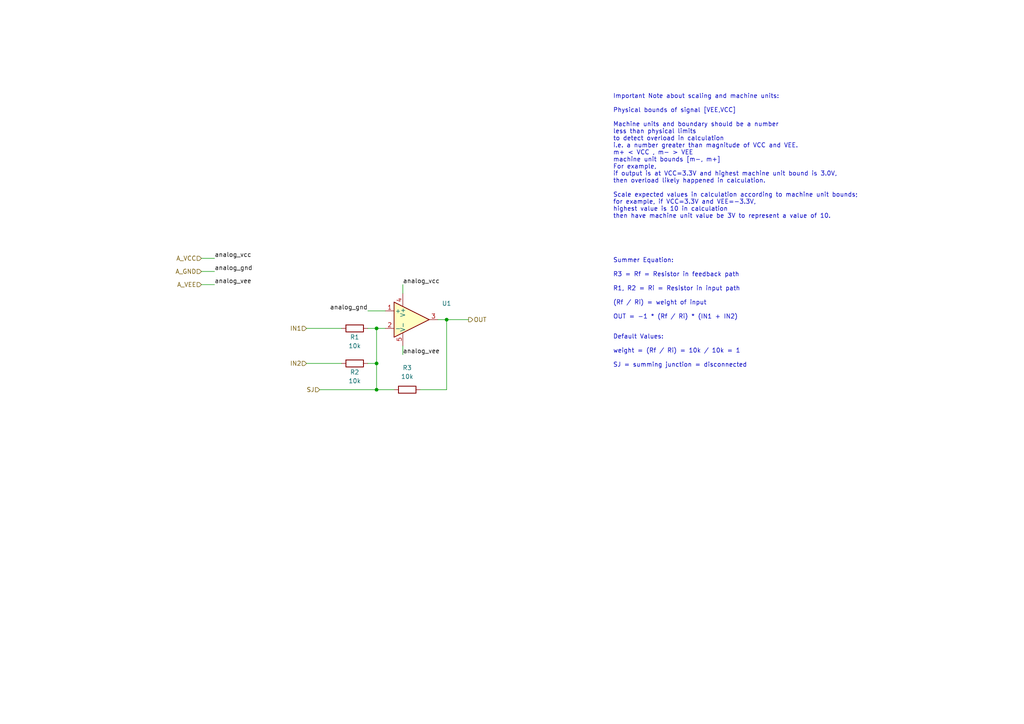
<source format=kicad_sch>
(kicad_sch (version 20211123) (generator eeschema)
  (paper "A4")
  (lib_symbols
    (symbol "Device:R" (pin_numbers hide) (pin_names (offset 0))
      (property "Reference" "R" (at 2.032 0 90))
      (property "Value" "R" (at 0 0 90))
      (symbol "R_0_1"
        (rectangle (start -1.016 -2.54) (end 1.016 2.54) (stroke (width 0.254)))
      )
      (symbol "R_1_1"
        (pin passive line (at 0 3.81 270) (length 1.27) (name "~") (number "1"))
        (pin passive line (at 0 -3.81 90) (length 1.27) (name "~") (number "2"))
      )
    )
    (symbol "Simulation_SPICE:OPAMP" (pin_names (offset 0.254))
      (property "Reference" "U" (at 3.81 3.175 0))
      (property "Value" "OPAMP" (at 3.81 -3.175 0))
      (symbol "OPAMP_0_1"
        (polyline (pts (xy 5.08 0) (xy -5.08 5.08) (xy -5.08 -5.08) (xy 5.08 0)) (stroke (width 0.254)) (fill (type background)))
      )
      (symbol "OPAMP_1_1"
        (pin input line (at -7.62 2.54 0) (length 2.54) (name "+") (number "1"))
        (pin input line (at -7.62 -2.54 0) (length 2.54) (name "-") (number "2"))
        (pin output line (at 7.62 0 180) (length 2.54) (name "~") (number "3"))
        (pin power_in line (at -2.54 7.62 270) (length 3.81) (name "V+") (number "4"))
        (pin power_in line (at -2.54 -7.62 90) (length 3.81) (name "V-") (number "5"))
      )
    )
  )
  (junction (at 109.22 95.25))
  (junction (at 129.54 92.71))
  (junction (at 109.22 105.41))
  (junction (at 109.22 113.03))
  (wire (pts (xy 129.54 113.03) (xy 129.54 92.71)))
  (wire (pts (xy 106.68 105.41) (xy 109.22 105.41)))
  (wire (pts (xy 88.9 95.25) (xy 99.06 95.25)))
  (wire (pts (xy 116.84 82.55) (xy 116.84 85.09)))
  (wire (pts (xy 129.54 92.71) (xy 135.89 92.71)))
  (wire (pts (xy 114.3 113.03) (xy 109.22 113.03)))
  (wire (pts (xy 109.22 113.03) (xy 109.22 105.41)))
  (wire (pts (xy 121.92 113.03) (xy 129.54 113.03)))
  (wire (pts (xy 58.42 82.55) (xy 62.23 82.55)))
  (wire (pts (xy 92.71 113.03) (xy 109.22 113.03)))
  (wire (pts (xy 88.9 105.41) (xy 99.06 105.41)))
  (wire (pts (xy 109.22 105.41) (xy 109.22 95.25)))
  (wire (pts (xy 106.68 95.25) (xy 109.22 95.25)))
  (wire (pts (xy 58.42 78.74) (xy 62.23 78.74)))
  (wire (pts (xy 106.68 90.17) (xy 111.76 90.17)))
  (wire (pts (xy 58.42 74.93) (xy 62.23 74.93)))
  (wire (pts (xy 116.84 100.33) (xy 116.84 102.87)))
  (wire (pts (xy 127 92.71) (xy 129.54 92.71)))
  (wire (pts (xy 109.22 95.25) (xy 111.76 95.25)))
  (text "Summer Equation:\n\nR3 = Rf = Resistor in feedback path\n\nR1, R2 = Ri = Resistor in input path\n\n(Rf / Ri) = weight of input\n\nOUT = -1 * (Rf / Ri) * (IN1 + IN2)" (at 177.8 92.71 0) (effects (font (size 1.27 1.27)) (justify left bottom)))
  (text "Default Values:\n\nweight = (Rf / Ri) = 10k / 10k = 1\n\nSJ = summing junction = disconnected\n" (at 177.8 106.68 0) (effects (font (size 1.27 1.27)) (justify left bottom)))
  (text "Important Note about scaling and machine units:\n\nPhysical bounds of signal [VEE,VCC]\n\nMachine units and boundary should be a number\nless than physical limits \nto detect overload in calculation\ni.e. a number greater than magnitude of VCC and VEE.\nm+ < VCC , m- > VEE \nmachine unit bounds [m-, m+]\nFor example, \nif output is at VCC=3.3V and highest machine unit bound is 3.0V, \nthen overload likely happened in calculation.\n\nScale expected values in calculation according to machine unit bounds; \nfor example, if VCC=3.3V and VEE=-3.3V, \nhighest value is 10 in calculation\nthen have machine unit value be 3V to represent a value of 10." (at 177.8 63.5 0) (effects (font (size 1.27 1.27)) (justify left bottom)))
  (label "analog_gnd" (at 106.68 90.17 180))
  (label "analog_vee" (at 62.23 82.55 0))
  (label "analog_vee" (at 116.84 102.87 0))
  (label "analog_gnd" (at 62.23 78.74 0))
  (label "analog_vcc" (at 62.23 74.93 0))
  (label "analog_vcc" (at 116.84 82.55 0))
  (hierarchical_label "A_VEE" (shape input) (at 58.42 82.55 180))
  (hierarchical_label "IN1" (shape input) (at 88.9 95.25 180))
  (hierarchical_label "A_GND" (shape input) (at 58.42 78.74 180))
  (hierarchical_label "IN2" (shape input) (at 88.9 105.41 180))
  (hierarchical_label "OUT" (shape output) (at 135.89 92.71 0))
  (hierarchical_label "A_VCC" (shape input) (at 58.42 74.93 180))
  (hierarchical_label "SJ" (shape input) (at 92.71 113.03 180))
  (symbol (lib_id "Device:R") (at 118.11 113.03 90) (unit 1)
    (property "Reference" "R3" (at 118.11 106.68 90))
    (property "Value" "10k" (at 118.11 109.22 90))
  )
  (symbol (lib_id "Device:R") (at 102.87 95.25 270) (unit 1)
    (property "Reference" "R1" (at 102.87 97.79 90))
    (property "Value" "10k" (at 102.87 100.33 90))
  )
  (symbol (lib_id "Simulation_SPICE:OPAMP") (at 119.38 92.71 0) (unit 1)
    (property "Reference" "U1" (at 129.54 88.011 0))
    (property "Spice_Netlist_Enabled" "Y" (effects hide))
    (property "Spice_Primitive" "X" (effects hide))
    (property "Spice_Model" "LM358" (effects hide))
    (property "Spice_Node_Sequence" "1 2 4 5 3" (effects hide))
    (property "Spice_Lib_File" "../../../spice-models/LM358-onsemi.mod" (effects hide))
  )
  (symbol (lib_id "Device:R") (at 102.87 105.41 90) (unit 1)
    (property "Reference" "R2" (at 102.87 107.95 90))
    (property "Value" "10k" (at 102.87 110.49 90))
  )
)
</source>
